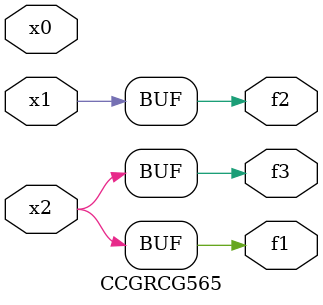
<source format=v>
module CCGRCG565(
	input x0, x1, x2,
	output f1, f2, f3
);
	assign f1 = x2;
	assign f2 = x1;
	assign f3 = x2;
endmodule

</source>
